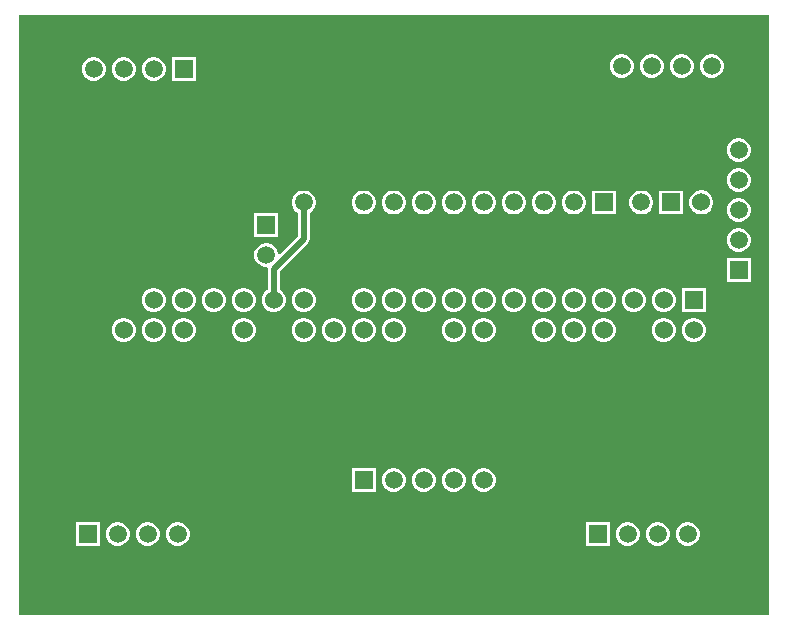
<source format=gbl>
G04*
G04 #@! TF.GenerationSoftware,Altium Limited,Altium Designer,24.3.1 (35)*
G04*
G04 Layer_Physical_Order=2*
G04 Layer_Color=16711680*
%FSLAX44Y44*%
%MOMM*%
G71*
G04*
G04 #@! TF.SameCoordinates,84ABCF69-F142-4878-B56C-5630D2AD3AC0*
G04*
G04*
G04 #@! TF.FilePolarity,Positive*
G04*
G01*
G75*
%ADD18C,1.2700*%
%ADD19C,0.5080*%
%ADD22R,1.5000X1.5000*%
%ADD23C,1.5000*%
%ADD24R,1.5000X1.5000*%
%ADD25C,1.5240*%
%ADD26R,1.5240X1.5240*%
G36*
X0Y-508000D02*
X-635000D01*
Y0D01*
X0D01*
Y-508000D01*
D02*
G37*
%LPC*%
G36*
X-46938Y-33140D02*
X-49582D01*
X-52135Y-33824D01*
X-54425Y-35146D01*
X-56294Y-37015D01*
X-57616Y-39305D01*
X-58300Y-41858D01*
Y-44502D01*
X-57616Y-47055D01*
X-56294Y-49345D01*
X-54425Y-51214D01*
X-52135Y-52536D01*
X-49582Y-53220D01*
X-46938D01*
X-44385Y-52536D01*
X-42095Y-51214D01*
X-40226Y-49345D01*
X-38904Y-47055D01*
X-38220Y-44502D01*
Y-41858D01*
X-38904Y-39305D01*
X-40226Y-37015D01*
X-42095Y-35146D01*
X-44385Y-33824D01*
X-46938Y-33140D01*
D02*
G37*
G36*
X-72338D02*
X-74982D01*
X-77535Y-33824D01*
X-79825Y-35146D01*
X-81694Y-37015D01*
X-83016Y-39305D01*
X-83700Y-41858D01*
Y-44502D01*
X-83016Y-47055D01*
X-81694Y-49345D01*
X-79825Y-51214D01*
X-77535Y-52536D01*
X-74982Y-53220D01*
X-72338D01*
X-69785Y-52536D01*
X-67495Y-51214D01*
X-65626Y-49345D01*
X-64304Y-47055D01*
X-63620Y-44502D01*
Y-41858D01*
X-64304Y-39305D01*
X-65626Y-37015D01*
X-67495Y-35146D01*
X-69785Y-33824D01*
X-72338Y-33140D01*
D02*
G37*
G36*
X-97738D02*
X-100382D01*
X-102935Y-33824D01*
X-105225Y-35146D01*
X-107094Y-37015D01*
X-108416Y-39305D01*
X-109100Y-41858D01*
Y-44502D01*
X-108416Y-47055D01*
X-107094Y-49345D01*
X-105225Y-51214D01*
X-102935Y-52536D01*
X-100382Y-53220D01*
X-97738D01*
X-95185Y-52536D01*
X-92895Y-51214D01*
X-91026Y-49345D01*
X-89704Y-47055D01*
X-89020Y-44502D01*
Y-41858D01*
X-89704Y-39305D01*
X-91026Y-37015D01*
X-92895Y-35146D01*
X-95185Y-33824D01*
X-97738Y-33140D01*
D02*
G37*
G36*
X-123138D02*
X-125782D01*
X-128335Y-33824D01*
X-130625Y-35146D01*
X-132494Y-37015D01*
X-133816Y-39305D01*
X-134500Y-41858D01*
Y-44502D01*
X-133816Y-47055D01*
X-132494Y-49345D01*
X-130625Y-51214D01*
X-128335Y-52536D01*
X-125782Y-53220D01*
X-123138D01*
X-120585Y-52536D01*
X-118295Y-51214D01*
X-116426Y-49345D01*
X-115104Y-47055D01*
X-114420Y-44502D01*
Y-41858D01*
X-115104Y-39305D01*
X-116426Y-37015D01*
X-118295Y-35146D01*
X-120585Y-33824D01*
X-123138Y-33140D01*
D02*
G37*
G36*
X-485260Y-35680D02*
X-505340D01*
Y-55760D01*
X-485260D01*
Y-35680D01*
D02*
G37*
G36*
X-519378D02*
X-522022D01*
X-524575Y-36364D01*
X-526865Y-37686D01*
X-528734Y-39555D01*
X-530056Y-41845D01*
X-530740Y-44398D01*
Y-47042D01*
X-530056Y-49595D01*
X-528734Y-51885D01*
X-526865Y-53754D01*
X-524575Y-55076D01*
X-522022Y-55760D01*
X-519378D01*
X-516825Y-55076D01*
X-514535Y-53754D01*
X-512666Y-51885D01*
X-511344Y-49595D01*
X-510660Y-47042D01*
Y-44398D01*
X-511344Y-41845D01*
X-512666Y-39555D01*
X-514535Y-37686D01*
X-516825Y-36364D01*
X-519378Y-35680D01*
D02*
G37*
G36*
X-544778D02*
X-547422D01*
X-549975Y-36364D01*
X-552265Y-37686D01*
X-554134Y-39555D01*
X-555456Y-41845D01*
X-556140Y-44398D01*
Y-47042D01*
X-555456Y-49595D01*
X-554134Y-51885D01*
X-552265Y-53754D01*
X-549975Y-55076D01*
X-547422Y-55760D01*
X-544778D01*
X-542225Y-55076D01*
X-539935Y-53754D01*
X-538066Y-51885D01*
X-536744Y-49595D01*
X-536060Y-47042D01*
Y-44398D01*
X-536744Y-41845D01*
X-538066Y-39555D01*
X-539935Y-37686D01*
X-542225Y-36364D01*
X-544778Y-35680D01*
D02*
G37*
G36*
X-570178D02*
X-572822D01*
X-575375Y-36364D01*
X-577665Y-37686D01*
X-579534Y-39555D01*
X-580856Y-41845D01*
X-581540Y-44398D01*
Y-47042D01*
X-580856Y-49595D01*
X-579534Y-51885D01*
X-577665Y-53754D01*
X-575375Y-55076D01*
X-572822Y-55760D01*
X-570178D01*
X-567625Y-55076D01*
X-565335Y-53754D01*
X-563466Y-51885D01*
X-562144Y-49595D01*
X-561460Y-47042D01*
Y-44398D01*
X-562144Y-41845D01*
X-563466Y-39555D01*
X-565335Y-37686D01*
X-567625Y-36364D01*
X-570178Y-35680D01*
D02*
G37*
G36*
X-24078Y-104260D02*
X-26722D01*
X-29275Y-104944D01*
X-31565Y-106266D01*
X-33434Y-108135D01*
X-34756Y-110425D01*
X-35440Y-112978D01*
Y-115622D01*
X-34756Y-118175D01*
X-33434Y-120465D01*
X-31565Y-122334D01*
X-29275Y-123656D01*
X-26722Y-124340D01*
X-24078D01*
X-21525Y-123656D01*
X-19235Y-122334D01*
X-17366Y-120465D01*
X-16044Y-118175D01*
X-15360Y-115622D01*
Y-112978D01*
X-16044Y-110425D01*
X-17366Y-108135D01*
X-19235Y-106266D01*
X-21525Y-104944D01*
X-24078Y-104260D01*
D02*
G37*
G36*
Y-129660D02*
X-26722D01*
X-29275Y-130344D01*
X-31565Y-131666D01*
X-33434Y-133535D01*
X-34756Y-135825D01*
X-35440Y-138378D01*
Y-141022D01*
X-34756Y-143575D01*
X-33434Y-145865D01*
X-31565Y-147734D01*
X-29275Y-149056D01*
X-26722Y-149740D01*
X-24078D01*
X-21525Y-149056D01*
X-19235Y-147734D01*
X-17366Y-145865D01*
X-16044Y-143575D01*
X-15360Y-141022D01*
Y-138378D01*
X-16044Y-135825D01*
X-17366Y-133535D01*
X-19235Y-131666D01*
X-21525Y-130344D01*
X-24078Y-129660D01*
D02*
G37*
G36*
X-72510Y-148710D02*
X-92590D01*
Y-168790D01*
X-72510D01*
Y-148710D01*
D02*
G37*
G36*
X-106628D02*
X-109272D01*
X-111825Y-149394D01*
X-114115Y-150716D01*
X-115984Y-152585D01*
X-117306Y-154875D01*
X-117990Y-157428D01*
Y-160072D01*
X-117306Y-162625D01*
X-115984Y-164915D01*
X-114115Y-166784D01*
X-111825Y-168106D01*
X-109272Y-168790D01*
X-106628D01*
X-104075Y-168106D01*
X-101785Y-166784D01*
X-99916Y-164915D01*
X-98594Y-162625D01*
X-97910Y-160072D01*
Y-157428D01*
X-98594Y-154875D01*
X-99916Y-152585D01*
X-101785Y-150716D01*
X-104075Y-149394D01*
X-106628Y-148710D01*
D02*
G37*
G36*
X-129660D02*
X-149740D01*
Y-168790D01*
X-129660D01*
Y-148710D01*
D02*
G37*
G36*
X-163778D02*
X-166422D01*
X-168975Y-149394D01*
X-171265Y-150716D01*
X-173134Y-152585D01*
X-174456Y-154875D01*
X-175140Y-157428D01*
Y-160072D01*
X-174456Y-162625D01*
X-173134Y-164915D01*
X-171265Y-166784D01*
X-168975Y-168106D01*
X-166422Y-168790D01*
X-163778D01*
X-161225Y-168106D01*
X-158935Y-166784D01*
X-157066Y-164915D01*
X-155744Y-162625D01*
X-155060Y-160072D01*
Y-157428D01*
X-155744Y-154875D01*
X-157066Y-152585D01*
X-158935Y-150716D01*
X-161225Y-149394D01*
X-163778Y-148710D01*
D02*
G37*
G36*
X-189178D02*
X-191822D01*
X-194375Y-149394D01*
X-196665Y-150716D01*
X-198534Y-152585D01*
X-199856Y-154875D01*
X-200540Y-157428D01*
Y-160072D01*
X-199856Y-162625D01*
X-198534Y-164915D01*
X-196665Y-166784D01*
X-194375Y-168106D01*
X-191822Y-168790D01*
X-189178D01*
X-186625Y-168106D01*
X-184335Y-166784D01*
X-182466Y-164915D01*
X-181144Y-162625D01*
X-180460Y-160072D01*
Y-157428D01*
X-181144Y-154875D01*
X-182466Y-152585D01*
X-184335Y-150716D01*
X-186625Y-149394D01*
X-189178Y-148710D01*
D02*
G37*
G36*
X-214578D02*
X-217222D01*
X-219775Y-149394D01*
X-222065Y-150716D01*
X-223934Y-152585D01*
X-225256Y-154875D01*
X-225940Y-157428D01*
Y-160072D01*
X-225256Y-162625D01*
X-223934Y-164915D01*
X-222065Y-166784D01*
X-219775Y-168106D01*
X-217222Y-168790D01*
X-214578D01*
X-212025Y-168106D01*
X-209735Y-166784D01*
X-207866Y-164915D01*
X-206544Y-162625D01*
X-205860Y-160072D01*
Y-157428D01*
X-206544Y-154875D01*
X-207866Y-152585D01*
X-209735Y-150716D01*
X-212025Y-149394D01*
X-214578Y-148710D01*
D02*
G37*
G36*
X-239978D02*
X-242622D01*
X-245175Y-149394D01*
X-247465Y-150716D01*
X-249334Y-152585D01*
X-250656Y-154875D01*
X-251340Y-157428D01*
Y-160072D01*
X-250656Y-162625D01*
X-249334Y-164915D01*
X-247465Y-166784D01*
X-245175Y-168106D01*
X-242622Y-168790D01*
X-239978D01*
X-237425Y-168106D01*
X-235135Y-166784D01*
X-233266Y-164915D01*
X-231944Y-162625D01*
X-231260Y-160072D01*
Y-157428D01*
X-231944Y-154875D01*
X-233266Y-152585D01*
X-235135Y-150716D01*
X-237425Y-149394D01*
X-239978Y-148710D01*
D02*
G37*
G36*
X-265378D02*
X-268022D01*
X-270575Y-149394D01*
X-272865Y-150716D01*
X-274734Y-152585D01*
X-276056Y-154875D01*
X-276740Y-157428D01*
Y-160072D01*
X-276056Y-162625D01*
X-274734Y-164915D01*
X-272865Y-166784D01*
X-270575Y-168106D01*
X-268022Y-168790D01*
X-265378D01*
X-262825Y-168106D01*
X-260535Y-166784D01*
X-258666Y-164915D01*
X-257344Y-162625D01*
X-256660Y-160072D01*
Y-157428D01*
X-257344Y-154875D01*
X-258666Y-152585D01*
X-260535Y-150716D01*
X-262825Y-149394D01*
X-265378Y-148710D01*
D02*
G37*
G36*
X-290778D02*
X-293422D01*
X-295975Y-149394D01*
X-298265Y-150716D01*
X-300134Y-152585D01*
X-301456Y-154875D01*
X-302140Y-157428D01*
Y-160072D01*
X-301456Y-162625D01*
X-300134Y-164915D01*
X-298265Y-166784D01*
X-295975Y-168106D01*
X-293422Y-168790D01*
X-290778D01*
X-288225Y-168106D01*
X-285935Y-166784D01*
X-284066Y-164915D01*
X-282744Y-162625D01*
X-282060Y-160072D01*
Y-157428D01*
X-282744Y-154875D01*
X-284066Y-152585D01*
X-285935Y-150716D01*
X-288225Y-149394D01*
X-290778Y-148710D01*
D02*
G37*
G36*
X-316178D02*
X-318822D01*
X-321375Y-149394D01*
X-323665Y-150716D01*
X-325534Y-152585D01*
X-326856Y-154875D01*
X-327540Y-157428D01*
Y-160072D01*
X-326856Y-162625D01*
X-325534Y-164915D01*
X-323665Y-166784D01*
X-321375Y-168106D01*
X-318822Y-168790D01*
X-316178D01*
X-313625Y-168106D01*
X-311335Y-166784D01*
X-309466Y-164915D01*
X-308144Y-162625D01*
X-307460Y-160072D01*
Y-157428D01*
X-308144Y-154875D01*
X-309466Y-152585D01*
X-311335Y-150716D01*
X-313625Y-149394D01*
X-316178Y-148710D01*
D02*
G37*
G36*
X-341578D02*
X-344222D01*
X-346775Y-149394D01*
X-349065Y-150716D01*
X-350934Y-152585D01*
X-352256Y-154875D01*
X-352940Y-157428D01*
Y-160072D01*
X-352256Y-162625D01*
X-350934Y-164915D01*
X-349065Y-166784D01*
X-346775Y-168106D01*
X-344222Y-168790D01*
X-341578D01*
X-339025Y-168106D01*
X-336735Y-166784D01*
X-334866Y-164915D01*
X-333544Y-162625D01*
X-332860Y-160072D01*
Y-157428D01*
X-333544Y-154875D01*
X-334866Y-152585D01*
X-336735Y-150716D01*
X-339025Y-149394D01*
X-341578Y-148710D01*
D02*
G37*
G36*
X-55812Y-148590D02*
X-58488D01*
X-61072Y-149282D01*
X-63388Y-150620D01*
X-65280Y-152512D01*
X-66618Y-154828D01*
X-67310Y-157412D01*
Y-160088D01*
X-66618Y-162672D01*
X-65280Y-164988D01*
X-63388Y-166880D01*
X-61072Y-168218D01*
X-58488Y-168910D01*
X-55812D01*
X-53228Y-168218D01*
X-50912Y-166880D01*
X-49020Y-164988D01*
X-47682Y-162672D01*
X-46990Y-160088D01*
Y-157412D01*
X-47682Y-154828D01*
X-49020Y-152512D01*
X-50912Y-150620D01*
X-53228Y-149282D01*
X-55812Y-148590D01*
D02*
G37*
G36*
X-24078Y-155060D02*
X-26722D01*
X-29275Y-155744D01*
X-31565Y-157066D01*
X-33434Y-158935D01*
X-34756Y-161225D01*
X-35440Y-163778D01*
Y-166422D01*
X-34756Y-168975D01*
X-33434Y-171265D01*
X-31565Y-173134D01*
X-29275Y-174456D01*
X-26722Y-175140D01*
X-24078D01*
X-21525Y-174456D01*
X-19235Y-173134D01*
X-17366Y-171265D01*
X-16044Y-168975D01*
X-15360Y-166422D01*
Y-163778D01*
X-16044Y-161225D01*
X-17366Y-158935D01*
X-19235Y-157066D01*
X-21525Y-155744D01*
X-24078Y-155060D01*
D02*
G37*
G36*
X-415410Y-167760D02*
X-435490D01*
Y-187840D01*
X-415410D01*
Y-167760D01*
D02*
G37*
G36*
X-24078Y-180460D02*
X-26722D01*
X-29275Y-181144D01*
X-31565Y-182466D01*
X-33434Y-184335D01*
X-34756Y-186625D01*
X-35440Y-189178D01*
Y-191822D01*
X-34756Y-194375D01*
X-33434Y-196665D01*
X-31565Y-198534D01*
X-29275Y-199856D01*
X-26722Y-200540D01*
X-24078D01*
X-21525Y-199856D01*
X-19235Y-198534D01*
X-17366Y-196665D01*
X-16044Y-194375D01*
X-15360Y-191822D01*
Y-189178D01*
X-16044Y-186625D01*
X-17366Y-184335D01*
X-19235Y-182466D01*
X-21525Y-181144D01*
X-24078Y-180460D01*
D02*
G37*
G36*
X-392378Y-148710D02*
X-395022D01*
X-397575Y-149394D01*
X-399865Y-150716D01*
X-401734Y-152585D01*
X-403056Y-154875D01*
X-403740Y-157428D01*
Y-160072D01*
X-403056Y-162625D01*
X-401734Y-164915D01*
X-399865Y-166784D01*
X-398880Y-167353D01*
Y-187095D01*
X-414237Y-202453D01*
X-415410Y-201967D01*
Y-201878D01*
X-416094Y-199325D01*
X-417416Y-197035D01*
X-419285Y-195166D01*
X-421575Y-193844D01*
X-424128Y-193160D01*
X-426772D01*
X-429325Y-193844D01*
X-431615Y-195166D01*
X-433484Y-197035D01*
X-434806Y-199325D01*
X-435490Y-201878D01*
Y-204522D01*
X-434806Y-207075D01*
X-433484Y-209365D01*
X-431615Y-211234D01*
X-429325Y-212556D01*
X-426772Y-213240D01*
X-425296D01*
X-424254Y-214510D01*
X-424280Y-214641D01*
Y-232559D01*
X-425338Y-233170D01*
X-427230Y-235062D01*
X-428568Y-237378D01*
X-429260Y-239962D01*
Y-242638D01*
X-428568Y-245222D01*
X-427230Y-247538D01*
X-425338Y-249430D01*
X-423022Y-250768D01*
X-420438Y-251460D01*
X-417762D01*
X-415178Y-250768D01*
X-412862Y-249430D01*
X-410970Y-247538D01*
X-409632Y-245222D01*
X-408940Y-242638D01*
Y-239962D01*
X-409632Y-237378D01*
X-410970Y-235062D01*
X-412862Y-233170D01*
X-413921Y-232559D01*
Y-216786D01*
X-390038Y-192903D01*
X-390037Y-192903D01*
X-388915Y-191223D01*
X-388521Y-189241D01*
X-388521Y-189241D01*
Y-167353D01*
X-387535Y-166784D01*
X-385666Y-164915D01*
X-384344Y-162625D01*
X-383660Y-160072D01*
Y-157428D01*
X-384344Y-154875D01*
X-385666Y-152585D01*
X-387535Y-150716D01*
X-389825Y-149394D01*
X-392378Y-148710D01*
D02*
G37*
G36*
X-15360Y-205860D02*
X-35440D01*
Y-225940D01*
X-15360D01*
Y-205860D01*
D02*
G37*
G36*
X-53340Y-231140D02*
X-73660D01*
Y-251460D01*
X-53340D01*
Y-231140D01*
D02*
G37*
G36*
X-87562D02*
X-90238D01*
X-92822Y-231832D01*
X-95138Y-233170D01*
X-97030Y-235062D01*
X-98368Y-237378D01*
X-99060Y-239962D01*
Y-242638D01*
X-98368Y-245222D01*
X-97030Y-247538D01*
X-95138Y-249430D01*
X-92822Y-250768D01*
X-90238Y-251460D01*
X-87562D01*
X-84978Y-250768D01*
X-82662Y-249430D01*
X-80770Y-247538D01*
X-79432Y-245222D01*
X-78740Y-242638D01*
Y-239962D01*
X-79432Y-237378D01*
X-80770Y-235062D01*
X-82662Y-233170D01*
X-84978Y-231832D01*
X-87562Y-231140D01*
D02*
G37*
G36*
X-112962D02*
X-115638D01*
X-118222Y-231832D01*
X-120538Y-233170D01*
X-122430Y-235062D01*
X-123768Y-237378D01*
X-124460Y-239962D01*
Y-242638D01*
X-123768Y-245222D01*
X-122430Y-247538D01*
X-120538Y-249430D01*
X-118222Y-250768D01*
X-115638Y-251460D01*
X-112962D01*
X-110378Y-250768D01*
X-108062Y-249430D01*
X-106170Y-247538D01*
X-104832Y-245222D01*
X-104140Y-242638D01*
Y-239962D01*
X-104832Y-237378D01*
X-106170Y-235062D01*
X-108062Y-233170D01*
X-110378Y-231832D01*
X-112962Y-231140D01*
D02*
G37*
G36*
X-138362D02*
X-141038D01*
X-143622Y-231832D01*
X-145938Y-233170D01*
X-147830Y-235062D01*
X-149168Y-237378D01*
X-149860Y-239962D01*
Y-242638D01*
X-149168Y-245222D01*
X-147830Y-247538D01*
X-145938Y-249430D01*
X-143622Y-250768D01*
X-141038Y-251460D01*
X-138362D01*
X-135778Y-250768D01*
X-133462Y-249430D01*
X-131570Y-247538D01*
X-130232Y-245222D01*
X-129540Y-242638D01*
Y-239962D01*
X-130232Y-237378D01*
X-131570Y-235062D01*
X-133462Y-233170D01*
X-135778Y-231832D01*
X-138362Y-231140D01*
D02*
G37*
G36*
X-163762D02*
X-166438D01*
X-169022Y-231832D01*
X-171338Y-233170D01*
X-173230Y-235062D01*
X-174568Y-237378D01*
X-175260Y-239962D01*
Y-242638D01*
X-174568Y-245222D01*
X-173230Y-247538D01*
X-171338Y-249430D01*
X-169022Y-250768D01*
X-166438Y-251460D01*
X-163762D01*
X-161178Y-250768D01*
X-158862Y-249430D01*
X-156970Y-247538D01*
X-155632Y-245222D01*
X-154940Y-242638D01*
Y-239962D01*
X-155632Y-237378D01*
X-156970Y-235062D01*
X-158862Y-233170D01*
X-161178Y-231832D01*
X-163762Y-231140D01*
D02*
G37*
G36*
X-189162D02*
X-191838D01*
X-194422Y-231832D01*
X-196738Y-233170D01*
X-198630Y-235062D01*
X-199968Y-237378D01*
X-200660Y-239962D01*
Y-242638D01*
X-199968Y-245222D01*
X-198630Y-247538D01*
X-196738Y-249430D01*
X-194422Y-250768D01*
X-191838Y-251460D01*
X-189162D01*
X-186578Y-250768D01*
X-184262Y-249430D01*
X-182370Y-247538D01*
X-181032Y-245222D01*
X-180340Y-242638D01*
Y-239962D01*
X-181032Y-237378D01*
X-182370Y-235062D01*
X-184262Y-233170D01*
X-186578Y-231832D01*
X-189162Y-231140D01*
D02*
G37*
G36*
X-214562D02*
X-217238D01*
X-219822Y-231832D01*
X-222138Y-233170D01*
X-224030Y-235062D01*
X-225368Y-237378D01*
X-226060Y-239962D01*
Y-242638D01*
X-225368Y-245222D01*
X-224030Y-247538D01*
X-222138Y-249430D01*
X-219822Y-250768D01*
X-217238Y-251460D01*
X-214562D01*
X-211978Y-250768D01*
X-209662Y-249430D01*
X-207770Y-247538D01*
X-206432Y-245222D01*
X-205740Y-242638D01*
Y-239962D01*
X-206432Y-237378D01*
X-207770Y-235062D01*
X-209662Y-233170D01*
X-211978Y-231832D01*
X-214562Y-231140D01*
D02*
G37*
G36*
X-239962D02*
X-242638D01*
X-245222Y-231832D01*
X-247538Y-233170D01*
X-249430Y-235062D01*
X-250768Y-237378D01*
X-251460Y-239962D01*
Y-242638D01*
X-250768Y-245222D01*
X-249430Y-247538D01*
X-247538Y-249430D01*
X-245222Y-250768D01*
X-242638Y-251460D01*
X-239962D01*
X-237378Y-250768D01*
X-235062Y-249430D01*
X-233170Y-247538D01*
X-231832Y-245222D01*
X-231140Y-242638D01*
Y-239962D01*
X-231832Y-237378D01*
X-233170Y-235062D01*
X-235062Y-233170D01*
X-237378Y-231832D01*
X-239962Y-231140D01*
D02*
G37*
G36*
X-265362D02*
X-268038D01*
X-270622Y-231832D01*
X-272938Y-233170D01*
X-274830Y-235062D01*
X-276168Y-237378D01*
X-276860Y-239962D01*
Y-242638D01*
X-276168Y-245222D01*
X-274830Y-247538D01*
X-272938Y-249430D01*
X-270622Y-250768D01*
X-268038Y-251460D01*
X-265362D01*
X-262778Y-250768D01*
X-260462Y-249430D01*
X-258570Y-247538D01*
X-257232Y-245222D01*
X-256540Y-242638D01*
Y-239962D01*
X-257232Y-237378D01*
X-258570Y-235062D01*
X-260462Y-233170D01*
X-262778Y-231832D01*
X-265362Y-231140D01*
D02*
G37*
G36*
X-290762D02*
X-293438D01*
X-296022Y-231832D01*
X-298338Y-233170D01*
X-300230Y-235062D01*
X-301568Y-237378D01*
X-302260Y-239962D01*
Y-242638D01*
X-301568Y-245222D01*
X-300230Y-247538D01*
X-298338Y-249430D01*
X-296022Y-250768D01*
X-293438Y-251460D01*
X-290762D01*
X-288178Y-250768D01*
X-285862Y-249430D01*
X-283970Y-247538D01*
X-282632Y-245222D01*
X-281940Y-242638D01*
Y-239962D01*
X-282632Y-237378D01*
X-283970Y-235062D01*
X-285862Y-233170D01*
X-288178Y-231832D01*
X-290762Y-231140D01*
D02*
G37*
G36*
X-316162D02*
X-318838D01*
X-321422Y-231832D01*
X-323738Y-233170D01*
X-325630Y-235062D01*
X-326968Y-237378D01*
X-327660Y-239962D01*
Y-242638D01*
X-326968Y-245222D01*
X-325630Y-247538D01*
X-323738Y-249430D01*
X-321422Y-250768D01*
X-318838Y-251460D01*
X-316162D01*
X-313578Y-250768D01*
X-311262Y-249430D01*
X-309370Y-247538D01*
X-308032Y-245222D01*
X-307340Y-242638D01*
Y-239962D01*
X-308032Y-237378D01*
X-309370Y-235062D01*
X-311262Y-233170D01*
X-313578Y-231832D01*
X-316162Y-231140D01*
D02*
G37*
G36*
X-341562D02*
X-344238D01*
X-346822Y-231832D01*
X-349138Y-233170D01*
X-351030Y-235062D01*
X-352368Y-237378D01*
X-353060Y-239962D01*
Y-242638D01*
X-352368Y-245222D01*
X-351030Y-247538D01*
X-349138Y-249430D01*
X-346822Y-250768D01*
X-344238Y-251460D01*
X-341562D01*
X-338978Y-250768D01*
X-336662Y-249430D01*
X-334770Y-247538D01*
X-333432Y-245222D01*
X-332740Y-242638D01*
Y-239962D01*
X-333432Y-237378D01*
X-334770Y-235062D01*
X-336662Y-233170D01*
X-338978Y-231832D01*
X-341562Y-231140D01*
D02*
G37*
G36*
X-392362D02*
X-395038D01*
X-397622Y-231832D01*
X-399938Y-233170D01*
X-401830Y-235062D01*
X-403168Y-237378D01*
X-403860Y-239962D01*
Y-242638D01*
X-403168Y-245222D01*
X-401830Y-247538D01*
X-399938Y-249430D01*
X-397622Y-250768D01*
X-395038Y-251460D01*
X-392362D01*
X-389778Y-250768D01*
X-387462Y-249430D01*
X-385570Y-247538D01*
X-384232Y-245222D01*
X-383540Y-242638D01*
Y-239962D01*
X-384232Y-237378D01*
X-385570Y-235062D01*
X-387462Y-233170D01*
X-389778Y-231832D01*
X-392362Y-231140D01*
D02*
G37*
G36*
X-443162D02*
X-445838D01*
X-448422Y-231832D01*
X-450738Y-233170D01*
X-452630Y-235062D01*
X-453968Y-237378D01*
X-454660Y-239962D01*
Y-242638D01*
X-453968Y-245222D01*
X-452630Y-247538D01*
X-450738Y-249430D01*
X-448422Y-250768D01*
X-445838Y-251460D01*
X-443162D01*
X-440578Y-250768D01*
X-438262Y-249430D01*
X-436370Y-247538D01*
X-435032Y-245222D01*
X-434340Y-242638D01*
Y-239962D01*
X-435032Y-237378D01*
X-436370Y-235062D01*
X-438262Y-233170D01*
X-440578Y-231832D01*
X-443162Y-231140D01*
D02*
G37*
G36*
X-468562D02*
X-471238D01*
X-473822Y-231832D01*
X-476138Y-233170D01*
X-478030Y-235062D01*
X-479368Y-237378D01*
X-480060Y-239962D01*
Y-242638D01*
X-479368Y-245222D01*
X-478030Y-247538D01*
X-476138Y-249430D01*
X-473822Y-250768D01*
X-471238Y-251460D01*
X-468562D01*
X-465978Y-250768D01*
X-463662Y-249430D01*
X-461770Y-247538D01*
X-460432Y-245222D01*
X-459740Y-242638D01*
Y-239962D01*
X-460432Y-237378D01*
X-461770Y-235062D01*
X-463662Y-233170D01*
X-465978Y-231832D01*
X-468562Y-231140D01*
D02*
G37*
G36*
X-493962D02*
X-496638D01*
X-499222Y-231832D01*
X-501538Y-233170D01*
X-503430Y-235062D01*
X-504768Y-237378D01*
X-505460Y-239962D01*
Y-242638D01*
X-504768Y-245222D01*
X-503430Y-247538D01*
X-501538Y-249430D01*
X-499222Y-250768D01*
X-496638Y-251460D01*
X-493962D01*
X-491378Y-250768D01*
X-489062Y-249430D01*
X-487170Y-247538D01*
X-485832Y-245222D01*
X-485140Y-242638D01*
Y-239962D01*
X-485832Y-237378D01*
X-487170Y-235062D01*
X-489062Y-233170D01*
X-491378Y-231832D01*
X-493962Y-231140D01*
D02*
G37*
G36*
X-519362D02*
X-522038D01*
X-524622Y-231832D01*
X-526938Y-233170D01*
X-528830Y-235062D01*
X-530168Y-237378D01*
X-530860Y-239962D01*
Y-242638D01*
X-530168Y-245222D01*
X-528830Y-247538D01*
X-526938Y-249430D01*
X-524622Y-250768D01*
X-522038Y-251460D01*
X-519362D01*
X-516778Y-250768D01*
X-514462Y-249430D01*
X-512570Y-247538D01*
X-511232Y-245222D01*
X-510540Y-242638D01*
Y-239962D01*
X-511232Y-237378D01*
X-512570Y-235062D01*
X-514462Y-233170D01*
X-516778Y-231832D01*
X-519362Y-231140D01*
D02*
G37*
G36*
X-62162Y-256540D02*
X-64838D01*
X-67422Y-257232D01*
X-69738Y-258570D01*
X-71630Y-260462D01*
X-72968Y-262778D01*
X-73660Y-265362D01*
Y-268038D01*
X-72968Y-270622D01*
X-71630Y-272938D01*
X-69738Y-274830D01*
X-67422Y-276168D01*
X-64838Y-276860D01*
X-62162D01*
X-59578Y-276168D01*
X-57262Y-274830D01*
X-55370Y-272938D01*
X-54032Y-270622D01*
X-53340Y-268038D01*
Y-265362D01*
X-54032Y-262778D01*
X-55370Y-260462D01*
X-57262Y-258570D01*
X-59578Y-257232D01*
X-62162Y-256540D01*
D02*
G37*
G36*
X-87562D02*
X-90238D01*
X-92822Y-257232D01*
X-95138Y-258570D01*
X-97030Y-260462D01*
X-98368Y-262778D01*
X-99060Y-265362D01*
Y-268038D01*
X-98368Y-270622D01*
X-97030Y-272938D01*
X-95138Y-274830D01*
X-92822Y-276168D01*
X-90238Y-276860D01*
X-87562D01*
X-84978Y-276168D01*
X-82662Y-274830D01*
X-80770Y-272938D01*
X-79432Y-270622D01*
X-78740Y-268038D01*
Y-265362D01*
X-79432Y-262778D01*
X-80770Y-260462D01*
X-82662Y-258570D01*
X-84978Y-257232D01*
X-87562Y-256540D01*
D02*
G37*
G36*
X-138362D02*
X-141038D01*
X-143622Y-257232D01*
X-145938Y-258570D01*
X-147830Y-260462D01*
X-149168Y-262778D01*
X-149860Y-265362D01*
Y-268038D01*
X-149168Y-270622D01*
X-147830Y-272938D01*
X-145938Y-274830D01*
X-143622Y-276168D01*
X-141038Y-276860D01*
X-138362D01*
X-135778Y-276168D01*
X-133462Y-274830D01*
X-131570Y-272938D01*
X-130232Y-270622D01*
X-129540Y-268038D01*
Y-265362D01*
X-130232Y-262778D01*
X-131570Y-260462D01*
X-133462Y-258570D01*
X-135778Y-257232D01*
X-138362Y-256540D01*
D02*
G37*
G36*
X-163762D02*
X-166438D01*
X-169022Y-257232D01*
X-171338Y-258570D01*
X-173230Y-260462D01*
X-174568Y-262778D01*
X-175260Y-265362D01*
Y-268038D01*
X-174568Y-270622D01*
X-173230Y-272938D01*
X-171338Y-274830D01*
X-169022Y-276168D01*
X-166438Y-276860D01*
X-163762D01*
X-161178Y-276168D01*
X-158862Y-274830D01*
X-156970Y-272938D01*
X-155632Y-270622D01*
X-154940Y-268038D01*
Y-265362D01*
X-155632Y-262778D01*
X-156970Y-260462D01*
X-158862Y-258570D01*
X-161178Y-257232D01*
X-163762Y-256540D01*
D02*
G37*
G36*
X-189162D02*
X-191838D01*
X-194422Y-257232D01*
X-196738Y-258570D01*
X-198630Y-260462D01*
X-199968Y-262778D01*
X-200660Y-265362D01*
Y-268038D01*
X-199968Y-270622D01*
X-198630Y-272938D01*
X-196738Y-274830D01*
X-194422Y-276168D01*
X-191838Y-276860D01*
X-189162D01*
X-186578Y-276168D01*
X-184262Y-274830D01*
X-182370Y-272938D01*
X-181032Y-270622D01*
X-180340Y-268038D01*
Y-265362D01*
X-181032Y-262778D01*
X-182370Y-260462D01*
X-184262Y-258570D01*
X-186578Y-257232D01*
X-189162Y-256540D01*
D02*
G37*
G36*
X-239962D02*
X-242638D01*
X-245222Y-257232D01*
X-247538Y-258570D01*
X-249430Y-260462D01*
X-250768Y-262778D01*
X-251460Y-265362D01*
Y-268038D01*
X-250768Y-270622D01*
X-249430Y-272938D01*
X-247538Y-274830D01*
X-245222Y-276168D01*
X-242638Y-276860D01*
X-239962D01*
X-237378Y-276168D01*
X-235062Y-274830D01*
X-233170Y-272938D01*
X-231832Y-270622D01*
X-231140Y-268038D01*
Y-265362D01*
X-231832Y-262778D01*
X-233170Y-260462D01*
X-235062Y-258570D01*
X-237378Y-257232D01*
X-239962Y-256540D01*
D02*
G37*
G36*
X-265362D02*
X-268038D01*
X-270622Y-257232D01*
X-272938Y-258570D01*
X-274830Y-260462D01*
X-276168Y-262778D01*
X-276860Y-265362D01*
Y-268038D01*
X-276168Y-270622D01*
X-274830Y-272938D01*
X-272938Y-274830D01*
X-270622Y-276168D01*
X-268038Y-276860D01*
X-265362D01*
X-262778Y-276168D01*
X-260462Y-274830D01*
X-258570Y-272938D01*
X-257232Y-270622D01*
X-256540Y-268038D01*
Y-265362D01*
X-257232Y-262778D01*
X-258570Y-260462D01*
X-260462Y-258570D01*
X-262778Y-257232D01*
X-265362Y-256540D01*
D02*
G37*
G36*
X-316162D02*
X-318838D01*
X-321422Y-257232D01*
X-323738Y-258570D01*
X-325630Y-260462D01*
X-326968Y-262778D01*
X-327660Y-265362D01*
Y-268038D01*
X-326968Y-270622D01*
X-325630Y-272938D01*
X-323738Y-274830D01*
X-321422Y-276168D01*
X-318838Y-276860D01*
X-316162D01*
X-313578Y-276168D01*
X-311262Y-274830D01*
X-309370Y-272938D01*
X-308032Y-270622D01*
X-307340Y-268038D01*
Y-265362D01*
X-308032Y-262778D01*
X-309370Y-260462D01*
X-311262Y-258570D01*
X-313578Y-257232D01*
X-316162Y-256540D01*
D02*
G37*
G36*
X-341562D02*
X-344238D01*
X-346822Y-257232D01*
X-349138Y-258570D01*
X-351030Y-260462D01*
X-352368Y-262778D01*
X-353060Y-265362D01*
Y-268038D01*
X-352368Y-270622D01*
X-351030Y-272938D01*
X-349138Y-274830D01*
X-346822Y-276168D01*
X-344238Y-276860D01*
X-341562D01*
X-338978Y-276168D01*
X-336662Y-274830D01*
X-334770Y-272938D01*
X-333432Y-270622D01*
X-332740Y-268038D01*
Y-265362D01*
X-333432Y-262778D01*
X-334770Y-260462D01*
X-336662Y-258570D01*
X-338978Y-257232D01*
X-341562Y-256540D01*
D02*
G37*
G36*
X-366962D02*
X-369638D01*
X-372222Y-257232D01*
X-374538Y-258570D01*
X-376430Y-260462D01*
X-377768Y-262778D01*
X-378460Y-265362D01*
Y-268038D01*
X-377768Y-270622D01*
X-376430Y-272938D01*
X-374538Y-274830D01*
X-372222Y-276168D01*
X-369638Y-276860D01*
X-366962D01*
X-364378Y-276168D01*
X-362062Y-274830D01*
X-360170Y-272938D01*
X-358832Y-270622D01*
X-358140Y-268038D01*
Y-265362D01*
X-358832Y-262778D01*
X-360170Y-260462D01*
X-362062Y-258570D01*
X-364378Y-257232D01*
X-366962Y-256540D01*
D02*
G37*
G36*
X-392362D02*
X-395038D01*
X-397622Y-257232D01*
X-399938Y-258570D01*
X-401830Y-260462D01*
X-403168Y-262778D01*
X-403860Y-265362D01*
Y-268038D01*
X-403168Y-270622D01*
X-401830Y-272938D01*
X-399938Y-274830D01*
X-397622Y-276168D01*
X-395038Y-276860D01*
X-392362D01*
X-389778Y-276168D01*
X-387462Y-274830D01*
X-385570Y-272938D01*
X-384232Y-270622D01*
X-383540Y-268038D01*
Y-265362D01*
X-384232Y-262778D01*
X-385570Y-260462D01*
X-387462Y-258570D01*
X-389778Y-257232D01*
X-392362Y-256540D01*
D02*
G37*
G36*
X-443162D02*
X-445838D01*
X-448422Y-257232D01*
X-450738Y-258570D01*
X-452630Y-260462D01*
X-453968Y-262778D01*
X-454660Y-265362D01*
Y-268038D01*
X-453968Y-270622D01*
X-452630Y-272938D01*
X-450738Y-274830D01*
X-448422Y-276168D01*
X-445838Y-276860D01*
X-443162D01*
X-440578Y-276168D01*
X-438262Y-274830D01*
X-436370Y-272938D01*
X-435032Y-270622D01*
X-434340Y-268038D01*
Y-265362D01*
X-435032Y-262778D01*
X-436370Y-260462D01*
X-438262Y-258570D01*
X-440578Y-257232D01*
X-443162Y-256540D01*
D02*
G37*
G36*
X-493962D02*
X-496638D01*
X-499222Y-257232D01*
X-501538Y-258570D01*
X-503430Y-260462D01*
X-504768Y-262778D01*
X-505460Y-265362D01*
Y-268038D01*
X-504768Y-270622D01*
X-503430Y-272938D01*
X-501538Y-274830D01*
X-499222Y-276168D01*
X-496638Y-276860D01*
X-493962D01*
X-491378Y-276168D01*
X-489062Y-274830D01*
X-487170Y-272938D01*
X-485832Y-270622D01*
X-485140Y-268038D01*
Y-265362D01*
X-485832Y-262778D01*
X-487170Y-260462D01*
X-489062Y-258570D01*
X-491378Y-257232D01*
X-493962Y-256540D01*
D02*
G37*
G36*
X-519362D02*
X-522038D01*
X-524622Y-257232D01*
X-526938Y-258570D01*
X-528830Y-260462D01*
X-530168Y-262778D01*
X-530860Y-265362D01*
Y-268038D01*
X-530168Y-270622D01*
X-528830Y-272938D01*
X-526938Y-274830D01*
X-524622Y-276168D01*
X-522038Y-276860D01*
X-519362D01*
X-516778Y-276168D01*
X-514462Y-274830D01*
X-512570Y-272938D01*
X-511232Y-270622D01*
X-510540Y-268038D01*
Y-265362D01*
X-511232Y-262778D01*
X-512570Y-260462D01*
X-514462Y-258570D01*
X-516778Y-257232D01*
X-519362Y-256540D01*
D02*
G37*
G36*
X-544762D02*
X-547438D01*
X-550022Y-257232D01*
X-552338Y-258570D01*
X-554230Y-260462D01*
X-555568Y-262778D01*
X-556260Y-265362D01*
Y-268038D01*
X-555568Y-270622D01*
X-554230Y-272938D01*
X-552338Y-274830D01*
X-550022Y-276168D01*
X-547438Y-276860D01*
X-544762D01*
X-542178Y-276168D01*
X-539862Y-274830D01*
X-537970Y-272938D01*
X-536632Y-270622D01*
X-535940Y-268038D01*
Y-265362D01*
X-536632Y-262778D01*
X-537970Y-260462D01*
X-539862Y-258570D01*
X-542178Y-257232D01*
X-544762Y-256540D01*
D02*
G37*
G36*
X-239978Y-383660D02*
X-242622D01*
X-245175Y-384344D01*
X-247465Y-385666D01*
X-249334Y-387535D01*
X-250656Y-389825D01*
X-251340Y-392378D01*
Y-395022D01*
X-250656Y-397575D01*
X-249334Y-399865D01*
X-247465Y-401734D01*
X-245175Y-403056D01*
X-242622Y-403740D01*
X-239978D01*
X-237425Y-403056D01*
X-235135Y-401734D01*
X-233266Y-399865D01*
X-231944Y-397575D01*
X-231260Y-395022D01*
Y-392378D01*
X-231944Y-389825D01*
X-233266Y-387535D01*
X-235135Y-385666D01*
X-237425Y-384344D01*
X-239978Y-383660D01*
D02*
G37*
G36*
X-265378D02*
X-268022D01*
X-270575Y-384344D01*
X-272865Y-385666D01*
X-274734Y-387535D01*
X-276056Y-389825D01*
X-276740Y-392378D01*
Y-395022D01*
X-276056Y-397575D01*
X-274734Y-399865D01*
X-272865Y-401734D01*
X-270575Y-403056D01*
X-268022Y-403740D01*
X-265378D01*
X-262825Y-403056D01*
X-260535Y-401734D01*
X-258666Y-399865D01*
X-257344Y-397575D01*
X-256660Y-395022D01*
Y-392378D01*
X-257344Y-389825D01*
X-258666Y-387535D01*
X-260535Y-385666D01*
X-262825Y-384344D01*
X-265378Y-383660D01*
D02*
G37*
G36*
X-290778D02*
X-293422D01*
X-295975Y-384344D01*
X-298265Y-385666D01*
X-300134Y-387535D01*
X-301456Y-389825D01*
X-302140Y-392378D01*
Y-395022D01*
X-301456Y-397575D01*
X-300134Y-399865D01*
X-298265Y-401734D01*
X-295975Y-403056D01*
X-293422Y-403740D01*
X-290778D01*
X-288225Y-403056D01*
X-285935Y-401734D01*
X-284066Y-399865D01*
X-282744Y-397575D01*
X-282060Y-395022D01*
Y-392378D01*
X-282744Y-389825D01*
X-284066Y-387535D01*
X-285935Y-385666D01*
X-288225Y-384344D01*
X-290778Y-383660D01*
D02*
G37*
G36*
X-316178D02*
X-318822D01*
X-321375Y-384344D01*
X-323665Y-385666D01*
X-325534Y-387535D01*
X-326856Y-389825D01*
X-327540Y-392378D01*
Y-395022D01*
X-326856Y-397575D01*
X-325534Y-399865D01*
X-323665Y-401734D01*
X-321375Y-403056D01*
X-318822Y-403740D01*
X-316178D01*
X-313625Y-403056D01*
X-311335Y-401734D01*
X-309466Y-399865D01*
X-308144Y-397575D01*
X-307460Y-395022D01*
Y-392378D01*
X-308144Y-389825D01*
X-309466Y-387535D01*
X-311335Y-385666D01*
X-313625Y-384344D01*
X-316178Y-383660D01*
D02*
G37*
G36*
X-332860D02*
X-352940D01*
Y-403740D01*
X-332860D01*
Y-383660D01*
D02*
G37*
G36*
X-67258Y-429380D02*
X-69902D01*
X-72455Y-430064D01*
X-74745Y-431386D01*
X-76614Y-433255D01*
X-77936Y-435545D01*
X-78620Y-438098D01*
Y-440742D01*
X-77936Y-443295D01*
X-76614Y-445585D01*
X-74745Y-447454D01*
X-72455Y-448776D01*
X-69902Y-449460D01*
X-67258D01*
X-64705Y-448776D01*
X-62415Y-447454D01*
X-60546Y-445585D01*
X-59224Y-443295D01*
X-58540Y-440742D01*
Y-438098D01*
X-59224Y-435545D01*
X-60546Y-433255D01*
X-62415Y-431386D01*
X-64705Y-430064D01*
X-67258Y-429380D01*
D02*
G37*
G36*
X-92658D02*
X-95302D01*
X-97855Y-430064D01*
X-100145Y-431386D01*
X-102014Y-433255D01*
X-103336Y-435545D01*
X-104020Y-438098D01*
Y-440742D01*
X-103336Y-443295D01*
X-102014Y-445585D01*
X-100145Y-447454D01*
X-97855Y-448776D01*
X-95302Y-449460D01*
X-92658D01*
X-90105Y-448776D01*
X-87815Y-447454D01*
X-85946Y-445585D01*
X-84624Y-443295D01*
X-83940Y-440742D01*
Y-438098D01*
X-84624Y-435545D01*
X-85946Y-433255D01*
X-87815Y-431386D01*
X-90105Y-430064D01*
X-92658Y-429380D01*
D02*
G37*
G36*
X-118058D02*
X-120702D01*
X-123255Y-430064D01*
X-125545Y-431386D01*
X-127414Y-433255D01*
X-128736Y-435545D01*
X-129420Y-438098D01*
Y-440742D01*
X-128736Y-443295D01*
X-127414Y-445585D01*
X-125545Y-447454D01*
X-123255Y-448776D01*
X-120702Y-449460D01*
X-118058D01*
X-115505Y-448776D01*
X-113215Y-447454D01*
X-111346Y-445585D01*
X-110024Y-443295D01*
X-109340Y-440742D01*
Y-438098D01*
X-110024Y-435545D01*
X-111346Y-433255D01*
X-113215Y-431386D01*
X-115505Y-430064D01*
X-118058Y-429380D01*
D02*
G37*
G36*
X-134740D02*
X-154820D01*
Y-449460D01*
X-134740D01*
Y-429380D01*
D02*
G37*
G36*
X-499058D02*
X-501702D01*
X-504255Y-430064D01*
X-506545Y-431386D01*
X-508414Y-433255D01*
X-509736Y-435545D01*
X-510420Y-438098D01*
Y-440742D01*
X-509736Y-443295D01*
X-508414Y-445585D01*
X-506545Y-447454D01*
X-504255Y-448776D01*
X-501702Y-449460D01*
X-499058D01*
X-496505Y-448776D01*
X-494215Y-447454D01*
X-492346Y-445585D01*
X-491024Y-443295D01*
X-490340Y-440742D01*
Y-438098D01*
X-491024Y-435545D01*
X-492346Y-433255D01*
X-494215Y-431386D01*
X-496505Y-430064D01*
X-499058Y-429380D01*
D02*
G37*
G36*
X-524458D02*
X-527102D01*
X-529655Y-430064D01*
X-531945Y-431386D01*
X-533814Y-433255D01*
X-535136Y-435545D01*
X-535820Y-438098D01*
Y-440742D01*
X-535136Y-443295D01*
X-533814Y-445585D01*
X-531945Y-447454D01*
X-529655Y-448776D01*
X-527102Y-449460D01*
X-524458D01*
X-521905Y-448776D01*
X-519615Y-447454D01*
X-517746Y-445585D01*
X-516424Y-443295D01*
X-515740Y-440742D01*
Y-438098D01*
X-516424Y-435545D01*
X-517746Y-433255D01*
X-519615Y-431386D01*
X-521905Y-430064D01*
X-524458Y-429380D01*
D02*
G37*
G36*
X-549858D02*
X-552502D01*
X-555055Y-430064D01*
X-557345Y-431386D01*
X-559214Y-433255D01*
X-560536Y-435545D01*
X-561220Y-438098D01*
Y-440742D01*
X-560536Y-443295D01*
X-559214Y-445585D01*
X-557345Y-447454D01*
X-555055Y-448776D01*
X-552502Y-449460D01*
X-549858D01*
X-547305Y-448776D01*
X-545015Y-447454D01*
X-543146Y-445585D01*
X-541824Y-443295D01*
X-541140Y-440742D01*
Y-438098D01*
X-541824Y-435545D01*
X-543146Y-433255D01*
X-545015Y-431386D01*
X-547305Y-430064D01*
X-549858Y-429380D01*
D02*
G37*
G36*
X-566540D02*
X-586620D01*
Y-449460D01*
X-566540D01*
Y-429380D01*
D02*
G37*
%LPD*%
D18*
X-304800Y-38100D02*
X-278778D01*
X-273698Y-43180D01*
X-149860D01*
X-579120Y-63500D02*
X-406400D01*
X-381000Y-38100D01*
X-596900Y-45720D02*
X-579120Y-63500D01*
X-474980Y-439420D02*
Y-274529D01*
X-469900Y-269449D01*
X-43180Y-439420D02*
Y-337820D01*
X-114300Y-266700D02*
X-43180Y-337820D01*
X-330200Y-38100D02*
X-304800D01*
X-355600D02*
X-330200D01*
X-381000D02*
X-355600D01*
X-368300Y-158750D02*
Y-50800D01*
X-381000Y-38100D02*
X-368300Y-50800D01*
D19*
X-469900Y-269449D02*
Y-266700D01*
X-419100Y-214641D02*
X-393700Y-189241D01*
Y-158750D01*
X-419100Y-241300D02*
Y-214641D01*
X-19050Y-393700D02*
Y-368300D01*
Y-342900D01*
Y-317500D01*
Y-292100D01*
X-101600Y-279400D02*
X-31750D01*
X-19050Y-292100D01*
X-114300Y-266700D02*
X-101600Y-279400D01*
X-127000D02*
X-114300Y-266700D01*
X-215900D02*
X-203200Y-279400D01*
X-127000D01*
X-228600D02*
X-215900Y-266700D01*
X-279400Y-279400D02*
X-228600D01*
X-292100Y-266700D02*
X-279400Y-279400D01*
X-304800Y-254000D02*
X-292100Y-266700D01*
X-355600Y-254000D02*
X-304800D01*
X-368300Y-241300D02*
X-355600Y-254000D01*
X-406400D02*
X-381000D01*
X-419100Y-266700D02*
X-406400Y-254000D01*
X-381000D02*
X-368300Y-241300D01*
X-457200Y-254000D02*
X-431800D01*
X-469900Y-266700D02*
X-457200Y-254000D01*
X-431800D02*
X-419100Y-266700D01*
X-482600Y-254000D02*
X-469900Y-266700D01*
X-533400Y-254000D02*
X-482600D01*
X-546100Y-241300D02*
X-533400Y-254000D01*
D22*
X-25400Y-215900D02*
D03*
X-425450Y-177800D02*
D03*
X-19050Y-393700D02*
D03*
D23*
X-25400Y-190500D02*
D03*
Y-165100D02*
D03*
Y-139700D02*
D03*
Y-114300D02*
D03*
X-124460Y-43180D02*
D03*
X-99060D02*
D03*
X-73660D02*
D03*
X-48260D02*
D03*
X-596900Y-45720D02*
D03*
X-571500D02*
D03*
X-546100D02*
D03*
X-520700D02*
D03*
X-551180Y-439420D02*
D03*
X-525780D02*
D03*
X-500380D02*
D03*
X-474980D02*
D03*
X-43180D02*
D03*
X-68580D02*
D03*
X-93980D02*
D03*
X-119380D02*
D03*
X-425450Y-203200D02*
D03*
X-393700Y-158750D02*
D03*
X-368300D02*
D03*
X-342900D02*
D03*
X-317500D02*
D03*
X-292100D02*
D03*
X-266700D02*
D03*
X-241300D02*
D03*
X-215900D02*
D03*
X-190500D02*
D03*
X-165100D02*
D03*
X-279400Y-38100D02*
D03*
X-304800D02*
D03*
X-330200D02*
D03*
X-355600D02*
D03*
X-19050Y-292100D02*
D03*
Y-317500D02*
D03*
Y-342900D02*
D03*
Y-368300D02*
D03*
X-317500Y-393700D02*
D03*
X-292100D02*
D03*
X-266700D02*
D03*
X-241300D02*
D03*
X-107950Y-158750D02*
D03*
D24*
X-149860Y-43180D02*
D03*
X-495300Y-45720D02*
D03*
X-576580Y-439420D02*
D03*
X-144780D02*
D03*
X-139700Y-158750D02*
D03*
X-381000Y-38100D02*
D03*
X-342900Y-393700D02*
D03*
X-82550Y-158750D02*
D03*
D25*
X-57150D02*
D03*
X-546100Y-266700D02*
D03*
X-520700D02*
D03*
X-495300D02*
D03*
X-469900D02*
D03*
X-444500D02*
D03*
X-419100D02*
D03*
X-546100Y-241300D02*
D03*
X-520700D02*
D03*
X-495300D02*
D03*
X-469900D02*
D03*
X-444500D02*
D03*
X-419100D02*
D03*
X-393700Y-266700D02*
D03*
Y-241300D02*
D03*
X-368300Y-266700D02*
D03*
X-342900D02*
D03*
X-317500D02*
D03*
X-292100D02*
D03*
X-266700D02*
D03*
X-241300D02*
D03*
X-368300Y-241300D02*
D03*
X-342900D02*
D03*
X-317500D02*
D03*
X-292100D02*
D03*
X-266700D02*
D03*
X-241300D02*
D03*
X-215900Y-266700D02*
D03*
Y-241300D02*
D03*
X-190500Y-266700D02*
D03*
X-165100D02*
D03*
X-139700D02*
D03*
X-114300D02*
D03*
X-88900D02*
D03*
X-63500D02*
D03*
X-190500Y-241300D02*
D03*
X-165100D02*
D03*
X-139700D02*
D03*
X-114300D02*
D03*
X-88900D02*
D03*
D26*
X-63500D02*
D03*
M02*

</source>
